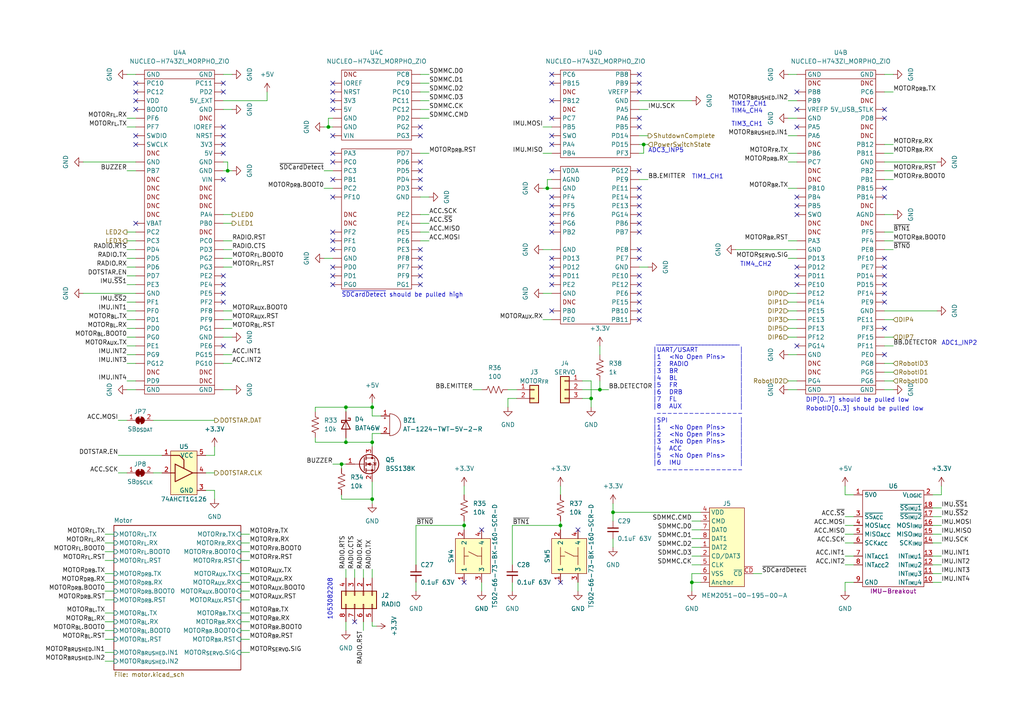
<source format=kicad_sch>
(kicad_sch (version 20211123) (generator eeschema)
  (paper "A4")
  (title_block (title "Bodge Control") (date "2022-12-07") (rev "1.0.0") (company "The A-Team (RC SSL)") (comment 1 "W. Stuckey & R. Osawa"))
  (junction (at 158.75 54.61))
  (junction (at 100.33 118.11))
  (junction (at 107.95 128.27))
  (junction (at 162.56 152.4))
  (junction (at 134.62 152.4))
  (junction (at 177.8 148.59))
  (junction (at 95.25 36.83))
  (junction (at 107.95 144.78))
  (junction (at 200.66 168.91))
  (junction (at 171.45 115.57))
  (junction (at 173.99 113.03))
  (junction (at 107.95 118.11))
  (junction (at 66.04 49.53))
  (junction (at 186.69 41.91))
  (junction (at 99.06 134.62))
  (junction (at 100.33 128.27))
  (no_connect (at 185.42 21.59))
  (no_connect (at 256.54 54.61))
  (no_connect (at 96.52 67.31))
  (no_connect (at 231.14 82.55))
  (no_connect (at 231.14 100.33))
  (no_connect (at 96.52 82.55))
  (no_connect (at 96.52 72.39))
  (no_connect (at 256.54 95.25))
  (no_connect (at 167.64 153.67))
  (no_connect (at 185.42 49.53))
  (no_connect (at 160.02 80.01))
  (no_connect (at 64.77 36.83))
  (no_connect (at 39.37 31.75))
  (no_connect (at 185.42 54.61))
  (no_connect (at 185.42 36.83))
  (no_connect (at 96.52 46.99))
  (no_connect (at 185.42 80.01))
  (no_connect (at 160.02 59.69))
  (no_connect (at 160.02 24.13))
  (no_connect (at 256.54 34.29))
  (no_connect (at 160.02 74.93))
  (no_connect (at 256.54 31.75))
  (no_connect (at 256.54 77.47))
  (no_connect (at 160.02 57.15))
  (no_connect (at 96.52 44.45))
  (no_connect (at 64.77 26.67))
  (no_connect (at 64.77 41.91))
  (no_connect (at 64.77 44.45))
  (no_connect (at 64.77 24.13))
  (no_connect (at 256.54 87.63))
  (no_connect (at 160.02 64.77))
  (no_connect (at 185.42 74.93))
  (no_connect (at 96.52 24.13))
  (no_connect (at 185.42 34.29))
  (no_connect (at 134.62 168.91))
  (no_connect (at 231.14 36.83))
  (no_connect (at 185.42 87.63))
  (no_connect (at 185.42 64.77))
  (no_connect (at 121.92 82.55))
  (no_connect (at 160.02 21.59))
  (no_connect (at 231.14 59.69))
  (no_connect (at 231.14 80.01))
  (no_connect (at 185.42 67.31))
  (no_connect (at 231.14 57.15))
  (no_connect (at 121.92 72.39))
  (no_connect (at 185.42 24.13))
  (no_connect (at 256.54 57.15))
  (no_connect (at 185.42 92.71))
  (no_connect (at 160.02 34.29))
  (no_connect (at 96.52 77.47))
  (no_connect (at 121.92 77.47))
  (no_connect (at 185.42 90.17))
  (no_connect (at 64.77 87.63))
  (no_connect (at 160.02 39.37))
  (no_connect (at 96.52 69.85))
  (no_connect (at 256.54 82.55))
  (no_connect (at 160.02 82.55))
  (no_connect (at 160.02 41.91))
  (no_connect (at 39.37 24.13))
  (no_connect (at 256.54 85.09))
  (no_connect (at 231.14 77.47))
  (no_connect (at 64.77 80.01))
  (no_connect (at 160.02 77.47))
  (no_connect (at 185.42 85.09))
  (no_connect (at 231.14 62.23))
  (no_connect (at 64.77 39.37))
  (no_connect (at 160.02 67.31))
  (no_connect (at 39.37 26.67))
  (no_connect (at 39.37 41.91))
  (no_connect (at 96.52 80.01))
  (no_connect (at 39.37 39.37))
  (no_connect (at 185.42 72.39))
  (no_connect (at 64.77 85.09))
  (no_connect (at 96.52 26.67))
  (no_connect (at 96.52 57.15))
  (no_connect (at 121.92 39.37))
  (no_connect (at 121.92 52.07))
  (no_connect (at 121.92 36.83))
  (no_connect (at 121.92 74.93))
  (no_connect (at 96.52 52.07))
  (no_connect (at 121.92 80.01))
  (no_connect (at 121.92 54.61))
  (no_connect (at 64.77 52.07))
  (no_connect (at 39.37 29.21))
  (no_connect (at 160.02 49.53))
  (no_connect (at 39.37 64.77))
  (no_connect (at 96.52 39.37))
  (no_connect (at 231.14 31.75))
  (no_connect (at 185.42 26.67))
  (no_connect (at 162.56 168.91))
  (no_connect (at 185.42 82.55))
  (no_connect (at 121.92 49.53))
  (no_connect (at 96.52 29.21))
  (no_connect (at 96.52 31.75))
  (no_connect (at 185.42 57.15))
  (no_connect (at 102.87 180.34))
  (no_connect (at 185.42 59.69))
  (no_connect (at 185.42 62.23))
  (no_connect (at 256.54 80.01))
  (no_connect (at 139.7 153.67))
  (no_connect (at 160.02 62.23))
  (no_connect (at 64.77 82.55))
  (no_connect (at 231.14 26.67))
  (no_connect (at 64.77 100.33))
  (no_connect (at 160.02 90.17))
  (no_connect (at 160.02 29.21))
  (no_connect (at 256.54 102.87))
  (no_connect (at 121.92 46.99))
  (no_connect (at 256.54 74.93))
  (wire (pts (xy 67.31 64.77) (xy 64.77 64.77)))
  (wire (pts (xy 259.08 105.41) (xy 256.54 105.41)))
  (wire (pts (xy 228.6 46.99) (xy 231.14 46.99)))
  (wire (pts (xy 24.13 46.99) (xy 39.37 46.99)))
  (wire (pts (xy 177.8 146.05) (xy 177.8 148.59)))
  (wire (pts (xy 124.46 31.75) (xy 121.92 31.75)))
  (wire (pts (xy 200.66 158.75) (xy 203.2 158.75)))
  (wire (pts (xy 100.33 119.38) (xy 100.33 118.11)))
  (wire (pts (xy 200.66 156.21) (xy 203.2 156.21)))
  (wire (pts (xy 259.08 44.45) (xy 256.54 44.45)))
  (wire (pts (xy 124.46 21.59) (xy 121.92 21.59)))
  (wire (pts (xy 39.37 113.03) (xy 36.83 113.03)))
  (wire (pts (xy 36.83 110.49) (xy 39.37 110.49)))
  (wire (pts (xy 228.6 74.93) (xy 231.14 74.93)))
  (wire (pts (xy 148.59 168.91) (xy 148.59 171.45)))
  (wire (pts (xy 64.77 46.99) (xy 66.04 46.99)))
  (wire (pts (xy 120.65 168.91) (xy 120.65 171.45)))
  (wire (pts (xy 64.77 49.53) (xy 66.04 49.53)))
  (wire (pts (xy 39.37 21.59) (xy 36.83 21.59)))
  (wire (pts (xy 107.95 180.34) (xy 107.95 181.61)))
  (wire (pts (xy 139.7 168.91) (xy 139.7 171.45)))
  (wire (pts (xy 59.69 137.16) (xy 62.23 137.16)))
  (wire (pts (xy 259.08 92.71) (xy 256.54 92.71)))
  (wire (pts (xy 245.11 140.97) (xy 245.11 143.51)))
  (wire (pts (xy 30.48 162.56) (xy 33.02 162.56)))
  (wire (pts (xy 69.85 180.34) (xy 72.39 180.34)))
  (wire (pts (xy 100.33 180.34) (xy 100.33 182.88)))
  (wire (pts (xy 30.48 166.37) (xy 33.02 166.37)))
  (wire (pts (xy 259.08 52.07) (xy 256.54 52.07)))
  (wire (pts (xy 200.66 163.83) (xy 203.2 163.83)))
  (wire (pts (xy 176.53 113.03) (xy 173.99 113.03)))
  (wire (pts (xy 96.52 34.29) (xy 95.25 34.29)))
  (wire (pts (xy 228.6 34.29) (xy 231.14 34.29)))
  (wire (pts (xy 168.91 115.57) (xy 171.45 115.57)))
  (wire (pts (xy 120.65 152.4) (xy 134.62 152.4)))
  (wire (pts (xy 34.29 121.92) (xy 36.83 121.92)))
  (wire (pts (xy 30.48 160.02) (xy 33.02 160.02)))
  (wire (pts (xy 96.52 134.62) (xy 99.06 134.62)))
  (wire (pts (xy 200.66 161.29) (xy 203.2 161.29)))
  (wire (pts (xy 228.6 39.37) (xy 231.14 39.37)))
  (wire (pts (xy 134.62 152.4) (xy 134.62 153.67)))
  (wire (pts (xy 91.44 127) (xy 91.44 128.27)))
  (wire (pts (xy 228.6 102.87) (xy 231.14 102.87)))
  (wire (pts (xy 200.66 29.21) (xy 185.42 29.21)))
  (wire (pts (xy 66.04 49.53) (xy 67.31 49.53)))
  (wire (pts (xy 157.48 36.83) (xy 160.02 36.83)))
  (wire (pts (xy 102.87 165.1) (xy 102.87 167.64)))
  (wire (pts (xy 124.46 64.77) (xy 121.92 64.77)))
  (wire (pts (xy 67.31 77.47) (xy 64.77 77.47)))
  (wire (pts (xy 200.66 168.91) (xy 203.2 168.91)))
  (wire (pts (xy 228.6 44.45) (xy 231.14 44.45)))
  (wire (pts (xy 270.51 168.91) (xy 273.05 168.91)))
  (wire (pts (xy 100.33 118.11) (xy 107.95 118.11)))
  (wire (pts (xy 168.91 110.49) (xy 171.45 110.49)))
  (wire (pts (xy 67.31 90.17) (xy 64.77 90.17)))
  (wire (pts (xy 36.83 36.83) (xy 39.37 36.83)))
  (wire (pts (xy 77.47 29.21) (xy 77.47 26.67)))
  (wire (pts (xy 148.59 152.4) (xy 162.56 152.4)))
  (wire (pts (xy 200.66 151.13) (xy 203.2 151.13)))
  (wire (pts (xy 100.33 128.27) (xy 107.95 128.27)))
  (wire (pts (xy 69.85 173.99) (xy 72.39 173.99)))
  (wire (pts (xy 64.77 113.03) (xy 67.31 113.03)))
  (wire (pts (xy 270.51 166.37) (xy 273.05 166.37)))
  (wire (pts (xy 99.06 143.51) (xy 99.06 144.78)))
  (wire (pts (xy 36.83 87.63) (xy 39.37 87.63)))
  (wire (pts (xy 228.6 69.85) (xy 231.14 69.85)))
  (wire (pts (xy 245.11 157.48) (xy 247.65 157.48)))
  (wire (pts (xy 120.65 163.83) (xy 120.65 152.4)))
  (wire (pts (xy 59.69 142.24) (xy 62.23 142.24)))
  (wire (pts (xy 64.77 97.79) (xy 67.31 97.79)))
  (wire (pts (xy 67.31 72.39) (xy 64.77 72.39)))
  (wire (pts (xy 105.41 165.1) (xy 105.41 167.64)))
  (wire (pts (xy 187.96 52.07) (xy 185.42 52.07)))
  (wire (pts (xy 36.83 102.87) (xy 39.37 102.87)))
  (wire (pts (xy 259.08 100.33) (xy 256.54 100.33)))
  (wire (pts (xy 72.39 154.94) (xy 69.85 154.94)))
  (wire (pts (xy 259.08 26.67) (xy 256.54 26.67)))
  (wire (pts (xy 93.98 54.61) (xy 96.52 54.61)))
  (wire (pts (xy 149.86 115.57) (xy 147.32 115.57)))
  (wire (pts (xy 36.83 80.01) (xy 39.37 80.01)))
  (wire (pts (xy 107.95 165.1) (xy 107.95 167.64)))
  (wire (pts (xy 67.31 92.71) (xy 64.77 92.71)))
  (wire (pts (xy 107.95 144.78) (xy 107.95 146.05)))
  (wire (pts (xy 148.59 163.83) (xy 148.59 152.4)))
  (wire (pts (xy 69.85 185.42) (xy 72.39 185.42)))
  (wire (pts (xy 44.45 137.16) (xy 46.99 137.16)))
  (wire (pts (xy 231.14 21.59) (xy 228.6 21.59)))
  (wire (pts (xy 99.06 135.89) (xy 99.06 134.62)))
  (wire (pts (xy 200.66 166.37) (xy 200.66 168.91)))
  (wire (pts (xy 99.06 144.78) (xy 107.95 144.78)))
  (wire (pts (xy 36.83 82.55) (xy 39.37 82.55)))
  (wire (pts (xy 173.99 100.33) (xy 173.99 102.87)))
  (wire (pts (xy 137.16 113.03) (xy 139.7 113.03)))
  (wire (pts (xy 69.85 182.88) (xy 72.39 182.88)))
  (wire (pts (xy 259.08 49.53) (xy 256.54 49.53)))
  (wire (pts (xy 36.83 34.29) (xy 39.37 34.29)))
  (wire (pts (xy 147.32 115.57) (xy 147.32 118.11)))
  (wire (pts (xy 36.83 77.47) (xy 39.37 77.47)))
  (wire (pts (xy 134.62 140.97) (xy 134.62 143.51)))
  (wire (pts (xy 259.08 107.95) (xy 256.54 107.95)))
  (wire (pts (xy 256.54 90.17) (xy 271.78 90.17)))
  (wire (pts (xy 34.29 132.08) (xy 46.99 132.08)))
  (wire (pts (xy 105.41 180.34) (xy 105.41 182.88)))
  (wire (pts (xy 200.66 168.91) (xy 200.66 171.45)))
  (wire (pts (xy 228.6 29.21) (xy 231.14 29.21)))
  (wire (pts (xy 228.6 110.49) (xy 231.14 110.49)))
  (wire (pts (xy 36.83 92.71) (xy 39.37 92.71)))
  (wire (pts (xy 107.95 139.7) (xy 107.95 144.78)))
  (wire (pts (xy 107.95 116.84) (xy 107.95 118.11)))
  (wire (pts (xy 91.44 119.38) (xy 91.44 118.11)))
  (wire (pts (xy 124.46 67.31) (xy 121.92 67.31)))
  (wire (pts (xy 157.48 54.61) (xy 158.75 54.61)))
  (wire (pts (xy 167.64 168.91) (xy 167.64 171.45)))
  (wire (pts (xy 64.77 21.59) (xy 67.31 21.59)))
  (wire (pts (xy 100.33 165.1) (xy 100.33 167.64)))
  (wire (pts (xy 245.11 168.91) (xy 245.11 171.45)))
  (wire (pts (xy 160.02 52.07) (xy 158.75 52.07)))
  (wire (pts (xy 256.54 62.23) (xy 259.08 62.23)))
  (wire (pts (xy 93.98 36.83) (xy 95.25 36.83)))
  (wire (pts (xy 185.42 41.91) (xy 186.69 41.91)))
  (wire (pts (xy 157.48 92.71) (xy 160.02 92.71)))
  (wire (pts (xy 36.83 74.93) (xy 39.37 74.93)))
  (wire (pts (xy 171.45 115.57) (xy 171.45 118.11)))
  (wire (pts (xy 67.31 105.41) (xy 64.77 105.41)))
  (wire (pts (xy 245.11 163.83) (xy 247.65 163.83)))
  (wire (pts (xy 95.25 36.83) (xy 96.52 36.83)))
  (wire (pts (xy 173.99 113.03) (xy 168.91 113.03)))
  (wire (pts (xy 270.51 163.83) (xy 273.05 163.83)))
  (wire (pts (xy 162.56 152.4) (xy 162.56 153.67)))
  (wire (pts (xy 24.13 85.09) (xy 39.37 85.09)))
  (wire (pts (xy 91.44 118.11) (xy 100.33 118.11)))
  (wire (pts (xy 187.96 31.75) (xy 185.42 31.75)))
  (wire (pts (xy 270.51 157.48) (xy 273.05 157.48)))
  (wire (pts (xy 107.95 118.11) (xy 107.95 120.65)))
  (wire (pts (xy 34.29 137.16) (xy 36.83 137.16)))
  (wire (pts (xy 124.46 69.85) (xy 121.92 69.85)))
  (wire (pts (xy 158.75 52.07) (xy 158.75 54.61)))
  (wire (pts (xy 93.98 49.53) (xy 96.52 49.53)))
  (wire (pts (xy 91.44 128.27) (xy 100.33 128.27)))
  (wire (pts (xy 30.48 157.48) (xy 33.02 157.48)))
  (wire (pts (xy 72.39 166.37) (xy 69.85 166.37)))
  (wire (pts (xy 124.46 24.13) (xy 121.92 24.13)))
  (wire (pts (xy 107.95 128.27) (xy 107.95 129.54)))
  (wire (pts (xy 157.48 85.09) (xy 160.02 85.09)))
  (wire (pts (xy 124.46 34.29) (xy 121.92 34.29)))
  (wire (pts (xy 121.92 57.15) (xy 124.46 57.15)))
  (wire (pts (xy 44.45 121.92) (xy 62.23 121.92)))
  (wire (pts (xy 270.51 143.51) (xy 273.05 143.51)))
  (wire (pts (xy 36.83 105.41) (xy 39.37 105.41)))
  (wire (pts (xy 256.54 72.39) (xy 259.08 72.39)))
  (wire (pts (xy 157.48 72.39) (xy 160.02 72.39)))
  (wire (pts (xy 124.46 62.23) (xy 121.92 62.23)))
  (wire (pts (xy 177.8 148.59) (xy 177.8 151.13)))
  (wire (pts (xy 185.42 77.47) (xy 187.96 77.47)))
  (wire (pts (xy 100.33 127) (xy 100.33 128.27)))
  (wire (pts (xy 231.14 113.03) (xy 228.6 113.03)))
  (wire (pts (xy 259.08 97.79) (xy 256.54 97.79)))
  (wire (pts (xy 158.75 54.61) (xy 160.02 54.61)))
  (wire (pts (xy 95.25 34.29) (xy 95.25 36.83)))
  (wire (pts (xy 270.51 149.86) (xy 273.05 149.86)))
  (wire (pts (xy 67.31 69.85) (xy 64.77 69.85)))
  (wire (pts (xy 67.31 102.87) (xy 64.77 102.87)))
  (wire (pts (xy 186.69 41.91) (xy 187.96 41.91)))
  (wire (pts (xy 69.85 171.45) (xy 72.39 171.45)))
  (wire (pts (xy 270.51 147.32) (xy 273.05 147.32)))
  (wire (pts (xy 124.46 44.45) (xy 121.92 44.45)))
  (wire (pts (xy 30.48 177.8) (xy 33.02 177.8)))
  (wire (pts (xy 185.42 44.45) (xy 186.69 44.45)))
  (wire (pts (xy 99.06 134.62) (xy 100.33 134.62)))
  (wire (pts (xy 93.98 74.93) (xy 96.52 74.93)))
  (wire (pts (xy 30.48 154.94) (xy 33.02 154.94)))
  (wire (pts (xy 270.51 161.29) (xy 273.05 161.29)))
  (wire (pts (xy 256.54 113.03) (xy 259.08 113.03)))
  (wire (pts (xy 36.83 72.39) (xy 39.37 72.39)))
  (wire (pts (xy 245.11 149.86) (xy 247.65 149.86)))
  (wire (pts (xy 228.6 92.71) (xy 231.14 92.71)))
  (wire (pts (xy 66.04 46.99) (xy 66.04 49.53)))
  (wire (pts (xy 270.51 154.94) (xy 273.05 154.94)))
  (wire (pts (xy 69.85 162.56) (xy 72.39 162.56)))
  (wire (pts (xy 147.32 113.03) (xy 149.86 113.03)))
  (wire (pts (xy 185.42 39.37) (xy 187.96 39.37)))
  (wire (pts (xy 36.83 95.25) (xy 39.37 95.25)))
  (wire (pts (xy 107.95 120.65) (xy 110.49 120.65)))
  (wire (pts (xy 72.39 177.8) (xy 69.85 177.8)))
  (wire (pts (xy 228.6 97.79) (xy 231.14 97.79)))
  (wire (pts (xy 36.83 100.33) (xy 39.37 100.33)))
  (wire (pts (xy 110.49 125.73) (xy 107.95 125.73)))
  (wire (pts (xy 228.6 54.61) (xy 231.14 54.61)))
  (wire (pts (xy 256.54 67.31) (xy 259.08 67.31)))
  (wire (pts (xy 218.44 166.37) (xy 220.98 166.37)))
  (wire (pts (xy 259.08 110.49) (xy 256.54 110.49)))
  (wire (pts (xy 64.77 29.21) (xy 77.47 29.21)))
  (wire (pts (xy 270.51 152.4) (xy 273.05 152.4)))
  (wire (pts (xy 186.69 41.91) (xy 186.69 44.45)))
  (wire (pts (xy 259.08 69.85) (xy 256.54 69.85)))
  (wire (pts (xy 30.48 189.23) (xy 33.02 189.23)))
  (wire (pts (xy 69.85 157.48) (xy 72.39 157.48)))
  (wire (pts (xy 36.83 69.85) (xy 39.37 69.85)))
  (wire (pts (xy 228.6 85.09) (xy 231.14 85.09)))
  (wire (pts (xy 67.31 74.93) (xy 64.77 74.93)))
  (wire (pts (xy 64.77 31.75) (xy 67.31 31.75)))
  (wire (pts (xy 36.83 49.53) (xy 39.37 49.53)))
  (wire (pts (xy 36.83 90.17) (xy 39.37 90.17)))
  (wire (pts (xy 256.54 21.59) (xy 259.08 21.59)))
  (wire (pts (xy 30.48 185.42) (xy 33.02 185.42)))
  (wire (pts (xy 157.48 44.45) (xy 160.02 44.45)))
  (wire (pts (xy 124.46 26.67) (xy 121.92 26.67)))
  (wire (pts (xy 36.83 97.79) (xy 39.37 97.79)))
  (wire (pts (xy 30.48 171.45) (xy 33.02 171.45)))
  (wire (pts (xy 213.36 72.39) (xy 231.14 72.39)))
  (wire (pts (xy 107.95 125.73) (xy 107.95 128.27)))
  (wire (pts (xy 69.85 168.91) (xy 72.39 168.91)))
  (wire (pts (xy 256.54 46.99) (xy 271.78 46.99)))
  (wire (pts (xy 228.6 95.25) (xy 231.14 95.25)))
  (wire (pts (xy 30.48 191.77) (xy 33.02 191.77)))
  (wire (pts (xy 245.11 154.94) (xy 247.65 154.94)))
  (wire (pts (xy 245.11 152.4) (xy 247.65 152.4)))
  (wire (pts (xy 259.08 41.91) (xy 256.54 41.91)))
  (wire (pts (xy 171.45 110.49) (xy 171.45 115.57)))
  (wire (pts (xy 203.2 166.37) (xy 200.66 166.37)))
  (wire (pts (xy 273.05 140.97) (xy 273.05 143.51)))
  (wire (pts (xy 228.6 90.17) (xy 231.14 90.17)))
  (wire (pts (xy 109.22 181.61) (xy 107.95 181.61)))
  (wire (pts (xy 173.99 110.49) (xy 173.99 113.03)))
  (wire (pts (xy 162.56 140.97) (xy 162.56 143.51)))
  (wire (pts (xy 62.23 142.24) (xy 62.23 144.78)))
  (wire (pts (xy 200.66 153.67) (xy 203.2 153.67)))
  (wire (pts (xy 245.11 143.51) (xy 247.65 143.51)))
  (wire (pts (xy 36.83 67.31) (xy 39.37 67.31)))
  (wire (pts (xy 67.31 95.25) (xy 64.77 95.25)))
  (wire (pts (xy 67.31 62.23) (xy 64.77 62.23)))
  (wire (pts (xy 72.39 189.23) (xy 69.85 189.23)))
  (wire (pts (xy 30.48 173.99) (xy 33.02 173.99)))
  (wire (pts (xy 247.65 168.91) (xy 245.11 168.91)))
  (wire (pts (xy 30.48 180.34) (xy 33.02 180.34)))
  (wire (pts (xy 30.48 182.88) (xy 33.02 182.88)))
  (wire (pts (xy 177.8 148.59) (xy 203.2 148.59)))
  (wire (pts (xy 62.23 129.54) (xy 62.23 132.08)))
  (wire (pts (xy 134.62 151.13) (xy 134.62 152.4)))
  (wire (pts (xy 228.6 87.63) (xy 231.14 87.63)))
  (wire (pts (xy 177.8 156.21) (xy 177.8 158.75)))
  (wire (pts (xy 59.69 132.08) (xy 62.23 132.08)))
  (wire (pts (xy 30.48 168.91) (xy 33.02 168.91)))
  (wire (pts (xy 69.85 160.02) (xy 72.39 160.02)))
  (wire (pts (xy 124.46 29.21) (xy 121.92 29.21)))
  (wire (pts (xy 245.11 161.29) (xy 247.65 161.29)))
  (wire (pts (xy 162.56 151.13) (xy 162.56 152.4)))
  (text "~{SDCardDetect} should be pulled high" (at 99.06 86.36 0) (effects (font (size 1.27 1.27)) (justify left bottom)))
  (text "DIP[0..7] should be pulled low" (at 233.68 116.84 0) (effects (font (size 1.27 1.27)) (justify left bottom)))
  (text "TIM17_CH1\nTIM4_CH4" (at 212.09 33.02 0) (effects (font (size 1.27 1.27)) (justify left bottom)))
  (text "1053082208" (at 96.52 167.64 270) (effects (font (size 1.27 1.27)) (justify right bottom)))
  (text "ADC3_INP5" (at 187.96 44.45 0) (effects (font (size 1.27 1.27)) (justify left bottom)))
  (text "RobotID[0..3] should be pulled low" (at 233.68 119.38 0) (effects (font (size 1.27 1.27)) (justify left bottom)))
  (text "TIM4_CH2" (at 214.63 77.47 0) (effects (font (size 1.27 1.27)) (justify left bottom)))
  (text "ADC1_INP2" (at 273.05 100.33 0) (effects (font (size 1.27 1.27)) (justify left bottom)))
  (text "TIM3_CH1" (at 212.09 36.83 0) (effects (font (size 1.27 1.27)) (justify left bottom)))
  (text " _________________________\n|UART/USART			|\n|1	<No Open Pins>	|\n|2	RADIO			|\n|3	BR				|\n|4	BL				|\n|5	FR				|\n|6	DRB				|\n|7	FL				|\n|8	AUX				|\n ----------------\n|SPI				|\n|1	<No Open Pins>	|\n|2	<No Open Pins>	|\n|3	<No Open Pins>	|\n|4	ACC				|\n|5	<No Open Pins>	|\n|6	IMU				|\n ----------------" (at 189.23 137.16 0) (effects (font (size 1.27 1.27)) (justify left bottom)))
  (text "TIM1_CH1" (at 200.66 52.07 0) (effects (font (size 1.27 1.27)) (justify left bottom)))
  (label "IMU.INT2" (at 36.83 102.87 180))
  (label "MOTOR_{BRUSHED}.IN2" (at 228.6 29.21 180))
  (label "IMU.MOSI" (at 273.05 152.4 0))
  (label "BB.EMITTER" (at 187.96 52.07 0))
  (label "IMU.INT4" (at 273.05 168.91 0))
  (label "IMU.~{SS}2" (at 36.83 87.63 180))
  (label "MOTOR_{BL}.RX" (at 36.83 95.25 180))
  (label "MOTOR_{BL}.RST" (at 67.31 95.25 0))
  (label "MOTOR_{BR}.RST" (at 72.39 185.42 0))
  (label "RADIO.TX" (at 36.83 74.93 180))
  (label "MOTOR_{BL}.TX" (at 36.83 92.71 180))
  (label "RADIO.TX" (at 107.95 165.1 90))
  (label "MOTOR_{FL}.RST" (at 30.48 162.56 180))
  (label "ACC.SCK" (at 245.11 157.48 180))
  (label "SDMMC.D0" (at 124.46 21.59 0))
  (label "MOTOR_{FL}.BOOT0" (at 30.48 160.02 180))
  (label "SDMMC.D1" (at 200.66 156.21 180))
  (label "~{BTN1}" (at 259.08 67.31 0))
  (label "MOTOR_{DRB}.TX" (at 30.48 166.37 180))
  (label "BB.DETECTOR" (at 176.53 113.03 0))
  (label "MOTOR_{DRB}.RX" (at 30.48 168.91 180))
  (label "IMU.INT3" (at 36.83 105.41 180))
  (label "RADIO.RTS" (at 100.33 165.1 90))
  (label "IMU.SCK" (at 273.05 157.48 0))
  (label "RADIO.CTS" (at 67.31 72.39 0))
  (label "BUZZER" (at 36.83 49.53 180))
  (label "MOTOR_{BRUSHED}.IN1" (at 30.48 189.23 180))
  (label "SDMMC.CK" (at 124.46 31.75 0))
  (label "~{BTN0}" (at 259.08 72.39 0))
  (label "BB.DETECTOR" (at 259.08 100.33 0))
  (label "DOTSTAR.EN" (at 34.29 132.08 180))
  (label "MOTOR_{BL}.RST" (at 30.48 185.42 180))
  (label "MOTOR_{FR}.RST" (at 72.39 162.56 0))
  (label "SDMMC.D1" (at 124.46 24.13 0))
  (label "ACC.MOSI" (at 34.29 121.92 180))
  (label "MOTOR_{DRB}.BOOT0" (at 30.48 171.45 180))
  (label "MOTOR_{BR}.TX" (at 72.39 177.8 0))
  (label "MOTOR_{FL}.RX" (at 30.48 157.48 180))
  (label "MOTOR_{DRB}.RST" (at 30.48 173.99 180))
  (label "MOTOR_{BR}.RST" (at 228.6 69.85 180))
  (label "SDMMC.CK" (at 200.66 163.83 180))
  (label "IMU.INT1" (at 273.05 161.29 0))
  (label "MOTOR_{BRUSHED}.IN2" (at 30.48 191.77 180))
  (label "MOTOR_{AUX}.RST" (at 72.39 173.99 0))
  (label "BUZZER" (at 96.52 134.62 180))
  (label "RADIO.RST" (at 105.41 182.88 270))
  (label "IMU.INT1" (at 36.83 90.17 180))
  (label "SDMMC.D0" (at 200.66 153.67 180))
  (label "MOTOR_{DRB}.BOOT0" (at 93.98 54.61 180))
  (label "MOTOR_{FL}.RX" (at 36.83 34.29 180))
  (label "MOTOR_{BR}.BOOT0" (at 259.08 69.85 0))
  (label "MOTOR_{AUX}.BOOT0" (at 72.39 171.45 0))
  (label "ACC.MOSI" (at 245.11 152.4 180))
  (label "ACC.INT1" (at 67.31 102.87 0))
  (label "SDMMC.D3" (at 200.66 161.29 180))
  (label "~{SDCardDetect}" (at 93.98 49.53 180))
  (label "IMU.MISO" (at 273.05 154.94 0))
  (label "ACC.INT2" (at 245.11 163.83 180))
  (label "MOTOR_{FR}.RX" (at 72.39 157.48 0))
  (label "MOTOR_{FR}.BOOT0" (at 259.08 52.07 0))
  (label "SDMMC.D2" (at 200.66 158.75 180))
  (label "SDMMC.D2" (at 124.46 26.67 0))
  (label "ACC.~{SS}" (at 245.11 149.86 180))
  (label "ACC.MISO" (at 245.11 154.94 180))
  (label "MOTOR_{AUX}.TX" (at 36.83 100.33 180))
  (label "MOTOR_{BL}.TX" (at 30.48 177.8 180))
  (label "MOTOR_{BRUSHED}.IN1" (at 228.6 39.37 180))
  (label "MOTOR_{BR}.RX" (at 72.39 180.34 0))
  (label "MOTOR_{BR}.RX" (at 259.08 44.45 0))
  (label "~{BTN0}" (at 125.73 152.4 180))
  (label "MOTOR_{FL}.BOOT0" (at 67.31 74.93 0))
  (label "~{SDCardDetect}" (at 220.98 166.37 0))
  (label "MOTOR_{AUX}.TX" (at 72.39 166.37 0))
  (label "MOTOR_{FL}.TX" (at 36.83 36.83 180))
  (label "MOTOR_{FL}.RST" (at 67.31 77.47 0))
  (label "MOTOR_{DRB}.RX" (at 228.6 46.99 180))
  (label "RADIO.RST" (at 67.31 69.85 0))
  (label "SDMMC.D3" (at 124.46 29.21 0))
  (label "MOTOR_{BL}.BOOT0" (at 36.83 97.79 180))
  (label "SDMMC.CMD" (at 200.66 151.13 180))
  (label "MOTOR_{FR}.TX" (at 228.6 44.45 180))
  (label "MOTOR_{BR}.TX" (at 228.6 54.61 180))
  (label "MOTOR_{DRB}.TX" (at 259.08 26.67 0))
  (label "MOTOR_{SERVO}.SIG" (at 72.39 189.23 0))
  (label "MOTOR_{DRB}.RST" (at 124.46 44.45 0))
  (label "MOTOR_{FR}.RX" (at 259.08 41.91 0))
  (label "MOTOR_{AUX}.RX" (at 157.48 92.71 180))
  (label "BB.EMITTER" (at 137.16 113.03 180))
  (label "MOTOR_{AUX}.RX" (at 72.39 168.91 0))
  (label "MOTOR_{AUX}.BOOT0" (at 67.31 90.17 0))
  (label "IMU.~{SS}1" (at 273.05 147.32 0))
  (label "MOTOR_{FR}.BOOT0" (at 72.39 160.02 0))
  (label "MOTOR_{FR}.TX" (at 72.39 154.94 0))
  (label "IMU.INT3" (at 273.05 166.37 0))
  (label "IMU.INT2" (at 273.05 163.83 0))
  (label "IMU.INT4" (at 36.83 110.49 180))
  (label "RADIO.CTS" (at 102.87 165.1 90))
  (label "ACC.MOSI" (at 124.46 69.85 0))
  (label "MOTOR_{AUX}.RST" (at 67.31 92.71 0))
  (label "MOTOR_{SERVO}.SIG" (at 228.6 74.93 180))
  (label "MOTOR_{FL}.TX" (at 30.48 154.94 180))
  (label "RADIO.RX" (at 36.83 77.47 180))
  (label "MOTOR_{BL}.RX" (at 30.48 180.34 180))
  (label "RADIO.RTS" (at 36.83 72.39 180))
  (label "IMU.~{SS}2" (at 273.05 149.86 0))
  (label "~{BTN1}" (at 153.67 152.4 180))
  (label "IMU.SCK" (at 187.96 31.75 0))
  (label "SDMMC.CMD" (at 124.46 34.29 0))
  (label "ACC.SCK" (at 124.46 62.23 0))
  (label "MOTOR_{FR}.RST" (at 259.08 49.53 0))
  (label "IMU.~{SS}1" (at 36.83 82.55 180))
  (label "ACC.INT2" (at 67.31 105.41 0))
  (label "IMU.MOSI" (at 157.48 36.83 180))
  (label "RADIO.RX" (at 105.41 165.1 90))
  (label "ACC.INT1" (at 245.11 161.29 180))
  (label "MOTOR_{BL}.BOOT0" (at 30.48 182.88 180))
  (label "ACC.SCK" (at 34.29 137.16 180))
  (label "ACC.MISO" (at 124.46 67.31 0))
  (label "DOTSTAR.EN" (at 36.83 80.01 180))
  (label "ACC.~{SS}" (at 124.46 64.77 0))
  (label "IMU.MISO" (at 157.48 44.45 180))
  (label "MOTOR_{BR}.BOOT0" (at 72.39 182.88 0))
  (hierarchical_label "DIP2" (shape input) (at 228.6 90.17 180))
  (hierarchical_label "DIP6" (shape input) (at 228.6 97.79 180))
  (hierarchical_label "DIP1" (shape input) (at 228.6 87.63 180))
  (hierarchical_label "RobotID2" (shape input) (at 228.6 110.49 180))
  (hierarchical_label "RobotID0" (shape input) (at 259.08 110.49 0))
  (hierarchical_label "DIP0" (shape input) (at 228.6 85.09 180))
  (hierarchical_label "LED2" (shape output) (at 36.83 67.31 180))
  (hierarchical_label "DOTSTAR.CLK" (shape output) (at 62.23 137.16 0))
  (hierarchical_label "LED0" (shape output) (at 67.31 62.23 0))
  (hierarchical_label "DIP3" (shape input) (at 228.6 92.71 180))
  (hierarchical_label "RobotID3" (shape input) (at 259.08 105.41 0))
  (hierarchical_label "LED3" (shape output) (at 36.83 69.85 180))
  (hierarchical_label "LED1" (shape output) (at 67.31 64.77 0))
  (hierarchical_label "DOTSTAR.DAT" (shape output) (at 62.23 121.92 0))
  (hierarchical_label "PowerSwitchState" (shape input) (at 187.96 41.91 0))
  (hierarchical_label "DIP7" (shape input) (at 259.08 97.79 0))
  (hierarchical_label "DIP4" (shape input) (at 259.08 92.71 0))
  (hierarchical_label "ShutdownComplete" (shape output) (at 187.96 39.37 0))
  (hierarchical_label "DIP5" (shape input) (at 228.6 95.25 180))
  (hierarchical_label "RobotID1" (shape input) (at 259.08 107.95 0))
  (symbol (lib_id "AT-Switches:SPST_12-34") (at 165.1 161.29 90) (unit 1)
    (property "Reference" "SW5" (at 158.75 161.29 0))
    (property "Value" "TS02-66-73-BK-160-SCR-D" (at 171.45 161.29 0))
    (property "Footprint" "AT-Switches:TS02-66-73-BK-160-SCR-D" (effects hide))
  )
  (symbol (lib_id "power:GND") (at 259.08 113.03 90) (unit 1)
    (property "Reference" "#PWR095" (effects hide))
    (property "Value" "GND" (at 264.16 113.03 0))
  )
  (symbol (lib_id "Device:Q_NMOS_GSD") (at 105.41 134.62 0) (unit 1)
    (property "Reference" "Q5" (at 111.76 133.3499 0) (effects (justify left)))
    (property "Value" "BSS138K" (at 111.76 135.8899 0) (effects (justify left)))
    (property "Footprint" "Package_TO_SOT_SMD:SOT-23" (effects hide))
  )
  (symbol (lib_id "power:GND") (at 36.83 21.59 270) (mirror x) (unit 1)
    (property "Reference" "#PWR051" (effects hide))
    (property "Value" "GND" (at 31.75 21.59 0))
  )
  (symbol (lib_id "power:GND") (at 228.6 102.87 270) (unit 1)
    (property "Reference" "#PWR088" (effects hide))
    (property "Value" "GND" (at 223.52 102.87 0))
  )
  (symbol (lib_id "power:GND") (at 271.78 46.99 90) (unit 1)
    (property "Reference" "#PWR097" (effects hide))
    (property "Value" "GND" (at 276.86 46.99 0))
  )
  (symbol (lib_id "power:GND") (at 93.98 36.83 270) (unit 1)
    (property "Reference" "#PWR061" (effects hide))
    (property "Value" "GND" (at 88.9 36.83 0))
  )
  (symbol (lib_id "AT-Modules:NUCLEO-H743ZI_MORPHO_ZIO") (at 243.84 67.31 0) (unit 2)
    (property "Reference" "U4" (at 243.84 15.24 0))
    (property "Value" "NUCLEO-H743ZI_MORPHO_ZIO" (at 243.84 17.78 0))
    (property "Footprint" "AT-Modules:NUCLEO-H743ZI_MORPHO_ZIO_TH" (effects hide))
    (property "Datasheet" "https://www.st.com/resource/en/schematic_pack/mb1364-h743zi-e01_schematic.pdf" (effects hide))
  )
  (symbol (lib_id "Jumper:SolderJumper_2_Bridged") (at 40.64 137.16 0) (unit 1)
    (property "Reference" "JP8" (at 40.64 134.62 0))
    (property "Value" "SB_{DSCLK}" (at 40.64 139.7 0))
    (property "Footprint" "AT-BoardFeatures:SolderJumper-2_2.0x1.2mm_Closed" (effects hide))
  )
  (symbol (lib_id "AT-Modules:NUCLEO-H743ZI_MORPHO_ZIO") (at 172.72 57.15 0) (unit 4)
    (property "Reference" "U4" (at 172.72 15.24 0))
    (property "Value" "NUCLEO-H743ZI_MORPHO_ZIO" (at 172.72 17.78 0))
    (property "Footprint" "AT-Modules:NUCLEO-H743ZI_MORPHO_ZIO_TH" (effects hide))
    (property "Datasheet" "https://www.st.com/resource/en/schematic_pack/mb1364-h743zi-e01_schematic.pdf" (effects hide))
  )
  (symbol (lib_id "power:GND") (at 124.46 57.15 90) (unit 1)
    (property "Reference" "#PWR068" (effects hide))
    (property "Value" "GND" (at 129.54 57.15 0))
  )
  (symbol (lib_id "power:GND") (at 67.31 31.75 90) (unit 1)
    (property "Reference" "#PWR056" (effects hide))
    (property "Value" "GND" (at 72.39 31.75 0))
  )
  (symbol (lib_id "power:GND") (at 148.59 171.45 0) (unit 1)
    (property "Reference" "#PWR072" (effects hide))
    (property "Value" "GND" (at 148.59 176.53 0))
  )
  (symbol (lib_id "power:+3.3V") (at 109.22 181.61 270) (unit 1)
    (property "Reference" "#PWR066" (effects hide))
    (property "Value" "+3.3V" (at 114.3 181.61 0))
  )
  (symbol (lib_id "Device:R_US") (at 134.62 147.32 180) (unit 1)
    (property "Reference" "R35" (at 137.16 146.0499 0) (effects (justify right)))
    (property "Value" "10k" (at 137.16 148.5899 0) (effects (justify right)))
    (property "Footprint" "Resistor_SMD:R_0402_1005Metric_Pad0.72x0.64mm_HandSolder" (effects hide))
  )
  (symbol (lib_id "power:GND") (at 245.11 171.45 0) (unit 1)
    (property "Reference" "#PWR091" (effects hide))
    (property "Value" "GND" (at 245.11 176.53 0))
  )
  (symbol (lib_id "AT-Switches:SPST_12-34") (at 137.16 161.29 90) (unit 1)
    (property "Reference" "SW4" (at 130.81 161.29 0))
    (property "Value" "TS02-66-73-BK-160-SCR-D" (at 143.51 161.29 0))
    (property "Footprint" "AT-Switches:TS02-66-73-BK-160-SCR-D" (effects hide))
  )
  (symbol (lib_id "Connector_Generic:Conn_01x03") (at 163.83 113.03 0) (mirror y) (unit 1)
    (property "Reference" "J4" (at 163.83 105.41 0))
    (property "Value" "SERVO" (at 163.83 107.95 0))
    (property "Footprint" "Connector_PinSocket_2.54mm:PinSocket_1x03_P2.54mm_Vertical" (effects hide))
  )
  (symbol (lib_id "power:GND") (at 167.64 171.45 0) (unit 1)
    (property "Reference" "#PWR077" (effects hide))
    (property "Value" "GND" (at 167.64 176.53 0))
  )
  (symbol (lib_id "power:GND") (at 171.45 118.11 0) (unit 1)
    (property "Reference" "#PWR078" (effects hide))
    (property "Value" "GND" (at 171.45 123.19 0))
  )
  (symbol (lib_id "AT-Modules:NUCLEO-H743ZI_MORPHO_ZIO") (at 52.07 67.31 0) (unit 1)
    (property "Reference" "U4" (at 52.07 15.24 0))
    (property "Value" "NUCLEO-H743ZI_MORPHO_ZIO" (at 52.07 17.78 0))
    (property "Footprint" "AT-Modules:NUCLEO-H743ZI_MORPHO_ZIO_TH" (effects hide))
    (property "Datasheet" "https://www.st.com/resource/en/schematic_pack/mb1364-h743zi-e01_schematic.pdf" (effects hide))
  )
  (symbol (lib_id "power:GND") (at 120.65 171.45 0) (unit 1)
    (property "Reference" "#PWR067" (effects hide))
    (property "Value" "GND" (at 120.65 176.53 0))
  )
  (symbol (lib_id "power:GND") (at 259.08 62.23 90) (unit 1)
    (property "Reference" "#PWR093" (effects hide))
    (property "Value" "GND" (at 264.16 62.23 0))
  )
  (symbol (lib_id "power:GND") (at 228.6 34.29 270) (unit 1)
    (property "Reference" "#PWR087" (effects hide))
    (property "Value" "GND" (at 223.52 34.29 0))
  )
  (symbol (lib_id "Device:R_US") (at 162.56 147.32 180) (unit 1)
    (property "Reference" "R37" (at 165.1 146.0499 0) (effects (justify right)))
    (property "Value" "10k" (at 165.1 148.5899 0) (effects (justify right)))
    (property "Footprint" "Resistor_SMD:R_0402_1005Metric_Pad0.72x0.64mm_HandSolder" (effects hide))
  )
  (symbol (lib_id "power:+3.3V") (at 134.62 140.97 0) (unit 1)
    (property "Reference" "#PWR069" (effects hide))
    (property "Value" "+3.3V" (at 134.62 135.89 0))
  )
  (symbol (lib_id "power:+5V") (at 107.95 116.84 0) (unit 1)
    (property "Reference" "#PWR064" (effects hide))
    (property "Value" "+5V" (at 107.95 111.76 0))
  )
  (symbol (lib_id "power:GND") (at 259.08 21.59 90) (unit 1)
    (property "Reference" "#PWR092" (effects hide))
    (property "Value" "GND" (at 264.16 21.59 0))
  )
  (symbol (lib_id "power:GND") (at 187.96 77.47 90) (unit 1)
    (property "Reference" "#PWR082" (effects hide))
    (property "Value" "GND" (at 193.04 77.47 0))
  )
  (symbol (lib_id "power:GND") (at 36.83 113.03 270) (mirror x) (unit 1)
    (property "Reference" "#PWR052" (effects hide))
    (property "Value" "GND" (at 31.75 113.03 0))
  )
  (symbol (lib_id "Device:R_US") (at 91.44 123.19 180) (unit 1)
    (property "Reference" "R33" (at 93.98 121.9199 0) (effects (justify right)))
    (property "Value" "10k" (at 93.98 124.4599 0) (effects (justify right)))
    (property "Footprint" "Resistor_SMD:R_0402_1005Metric_Pad0.72x0.64mm_HandSolder" (effects hide))
  )
  (symbol (lib_id "AT-Connectors:MEM2051-00-195-00-A") (at 210.82 158.75 0) (mirror y) (unit 1)
    (property "Reference" "J5" (at 210.82 146.05 0))
    (property "Value" "MEM2051-00-195-00-A" (at 215.9 172.72 0))
    (property "Footprint" "AT-Connectors:MEM2051-00-195-00-A" (effects hide))
    (property "Datasheet" "https://gct.co/files/drawings/mem2051.pdf" (effects hide))
  )
  (symbol (lib_id "power:GND") (at 67.31 49.53 90) (unit 1)
    (property "Reference" "#PWR057" (effects hide))
    (property "Value" "GND" (at 72.39 49.53 0))
  )
  (symbol (lib_id "AT-Modules:NUCLEO-H743ZI_MORPHO_ZIO") (at 109.22 52.07 0) (unit 3)
    (property "Reference" "U4" (at 109.22 15.24 0))
    (property "Value" "NUCLEO-H743ZI_MORPHO_ZIO" (at 109.22 17.78 0))
    (property "Footprint" "AT-Modules:NUCLEO-H743ZI_MORPHO_ZIO_TH" (effects hide))
    (property "Datasheet" "https://www.st.com/resource/en/schematic_pack/mb1364-h743zi-e01_schematic.pdf" (effects hide))
  )
  (symbol (lib_id "Device:C_Small") (at 120.65 166.37 0) (unit 1)
    (property "Reference" "C27" (at 121.92 163.83 0) (effects (justify left)))
    (property "Value" "0.1uF 63V" (at 121.92 168.91 0) (effects (justify left)))
    (property "Footprint" "Capacitor_SMD:C_0402_1005Metric" (effects hide))
  )
  (symbol (lib_id "Jumper:SolderJumper_2_Bridged") (at 40.64 121.92 0) (unit 1)
    (property "Reference" "JP7" (at 40.64 119.38 0))
    (property "Value" "SB_{DSDAT}" (at 40.64 124.46 0))
    (property "Footprint" "AT-BoardFeatures:SolderJumper-2_2.0x1.2mm_Closed" (effects hide))
  )
  (symbol (lib_id "power:GND") (at 157.48 54.61 270) (unit 1)
    (property "Reference" "#PWR073" (effects hide))
    (property "Value" "GND" (at 152.4 54.61 0))
  )
  (symbol (lib_id "power:GND") (at 271.78 90.17 90) (unit 1)
    (property "Reference" "#PWR094" (effects hide))
    (property "Value" "GND" (at 276.86 90.17 0))
  )
  (symbol (lib_id "Device:D_Schottky") (at 100.33 123.19 270) (unit 1)
    (property "Reference" "D4" (at 102.87 121.6024 90) (effects (justify left)))
    (property "Value" "BAT46W" (at 102.87 124.1424 90) (effects (justify left)))
    (property "Footprint" "Diode_SMD:D_SOD-123" (effects hide))
  )
  (symbol (lib_id "power:GND") (at 100.33 182.88 0) (unit 1)
    (property "Reference" "#PWR063" (effects hide))
    (property "Value" "GND" (at 100.33 187.96 0))
  )
  (symbol (lib_id "power:+3.3V") (at 273.05 140.97 0) (unit 1)
    (property "Reference" "#PWR096" (effects hide))
    (property "Value" "+3.3V" (at 273.05 135.89 0))
  )
  (symbol (lib_id "power:GND") (at 147.32 118.11 0) (unit 1)
    (property "Reference" "#PWR071" (effects hide))
    (property "Value" "GND" (at 147.32 123.19 0))
  )
  (symbol (lib_id "power:+3.3V") (at 162.56 140.97 0) (unit 1)
    (property "Reference" "#PWR076" (effects hide))
    (property "Value" "+3.3V" (at 162.56 135.89 0))
  )
  (symbol (lib_id "power:GND") (at 139.7 171.45 0) (unit 1)
    (property "Reference" "#PWR070" (effects hide))
    (property "Value" "GND" (at 139.7 176.53 0))
  )
  (symbol (lib_id "power:+3.3V") (at 62.23 129.54 0) (unit 1)
    (property "Reference" "#PWR053" (effects hide))
    (property "Value" "+3.3V" (at 62.23 124.46 0))
  )
  (symbol (lib_id "power:+3.3V") (at 177.8 146.05 0) (unit 1)
    (property "Reference" "#PWR080" (effects hide))
    (property "Value" "+3.3V" (at 177.8 140.97 0))
  )
  (symbol (lib_id "power:GND") (at 67.31 21.59 90) (unit 1)
    (property "Reference" "#PWR055" (effects hide))
    (property "Value" "GND" (at 72.39 21.59 0))
  )
  (symbol (lib_id "power:GND") (at 157.48 72.39 270) (unit 1)
    (property "Reference" "#PWR074" (effects hide))
    (property "Value" "GND" (at 152.4 72.39 0))
  )
  (symbol (lib_id "Device:R_US") (at 173.99 106.68 180) (unit 1)
    (property "Reference" "R38" (at 176.53 105.4099 0) (effects (justify right)))
    (property "Value" "1k" (at 176.53 107.9499 0) (effects (justify right)))
    (property "Footprint" "Resistor_SMD:R_0402_1005Metric_Pad0.72x0.64mm_HandSolder" (effects hide))
  )
  (symbol (lib_id "Device:R_US") (at 99.06 139.7 180) (unit 1)
    (property "Reference" "R34" (at 101.6 138.4299 0) (effects (justify right)))
    (property "Value" "10k" (at 101.6 140.9699 0) (effects (justify right)))
    (property "Footprint" "Resistor_SMD:R_0402_1005Metric_Pad0.72x0.64mm_HandSolder" (effects hide))
  )
  (symbol (lib_id "power:GND") (at 228.6 21.59 270) (mirror x) (unit 1)
    (property "Reference" "#PWR086" (effects hide))
    (property "Value" "GND" (at 223.52 21.59 0))
  )
  (symbol (lib_id "power:GND") (at 177.8 158.75 0) (unit 1)
    (property "Reference" "#PWR081" (effects hide))
    (property "Value" "GND" (at 177.8 163.83 0))
  )
  (symbol (lib_id "power:GND") (at 213.36 72.39 270) (unit 1)
    (property "Reference" "#PWR085" (effects hide))
    (property "Value" "GND" (at 208.28 72.39 0))
  )
  (symbol (lib_id "power:GND") (at 67.31 113.03 90) (unit 1)
    (property "Reference" "#PWR059" (effects hide))
    (property "Value" "GND" (at 72.39 113.03 0))
  )
  (symbol (lib_id "power:GND") (at 24.13 85.09 270) (unit 1)
    (property "Reference" "#PWR050" (effects hide))
    (property "Value" "GND" (at 19.05 85.09 0))
  )
  (symbol (lib_id "AT-Modules:IMU-Breakout_1xAcc(1xSS+1xSPI+2xINT),1xIMU(2xSS+1xSPI+4xINT)") (at 259.08 156.21 0) (unit 1) (in_bom no)
    (property "Reference" "U6" (at 259.08 140.97 0))
    (property "Value" "IMU-Breakout_1xAcc(1xSS+1xSPI+2xINT),1xIMU(2xSS+1xSPI+4xINT)" (effects hide))
    (property "Footprint" "AT-Modules:MODULE_18P_22.86X27.94MM_TH" (effects hide))
    (property "DisplayValue" "IMU-Breakout" (at 259.08 171.45 0))
  )
  (symbol (lib_id "power:+5V") (at 245.11 140.97 0) (unit 1)
    (property "Reference" "#PWR090" (effects hide))
    (property "Value" "+5V" (at 245.11 135.89 0))
  )
  (symbol (lib_id "Connector_Generic:Conn_01x02") (at 154.94 113.03 0) (unit 1)
    (property "Reference" "J3" (at 154.94 107.95 0))
    (property "Value" "MOTOR_{FR}" (at 154.94 110.49 0))
    (property "Footprint" "Connector_PinSocket_2.54mm:PinSocket_1x02_P2.54mm_Vertical" (effects hide))
  )
  (symbol (lib_id "Connector_Generic:Conn_02x04_Top_Bottom") (at 105.41 172.72 270) (unit 1)
    (property "Reference" "J2" (at 110.49 172.72 90) (effects (justify left)))
    (property "Value" "RADIO" (at 110.49 175.26 90) (effects (justify left)))
    (property "Footprint" "AT-Connectors:2x04_P3mm_TopBottom_3x5mm_P7mm_Plug_SMD" (effects hide))
  )
  (symbol (lib_id "power:GND") (at 24.13 46.99 270) (unit 1)
    (property "Reference" "#PWR049" (effects hide))
    (property "Value" "GND" (at 19.05 46.99 0))
  )
  (symbol (lib_id "power:+3.3V") (at 173.99 100.33 0) (unit 1)
    (property "Reference" "#PWR079" (effects hide))
    (property "Value" "+3.3V" (at 173.99 95.25 0))
  )
  (symbol (lib_id "power:GND") (at 200.66 29.21 90) (unit 1)
    (property "Reference" "#PWR084" (effects hide))
    (property "Value" "GND" (at 205.74 29.21 0))
  )
  (symbol (lib_id "power:GND") (at 200.66 171.45 0) (unit 1)
    (property "Reference" "#PWR083" (effects hide))
    (property "Value" "GND" (at 200.66 176.53 0))
  )
  (symbol (lib_id "power:GND") (at 62.23 144.78 0) (unit 1)
    (property "Reference" "#PWR054" (effects hide))
    (property "Value" "GND" (at 62.23 149.86 0))
  )
  (symbol (lib_id "Device:Buzzer") (at 113.03 123.19 0) (unit 1)
    (property "Reference" "BZ1" (at 116.84 121.9199 0) (effects (justify left)))
    (property "Value" "AT-1224-TWT-5V-2-R" (at 116.84 124.4599 0) (effects (justify left)))
    (property "Footprint" "AT-Buzzer:AT-1224-TWT-5V-2-R" (effects hide))
  )
  (symbol (lib_id "power:GND") (at 107.95 146.05 0) (unit 1)
    (property "Reference" "#PWR065" (effects hide))
    (property "Value" "GND" (at 107.95 151.13 0))
  )
  (symbol (lib_id "power:+5V") (at 77.47 26.67 0) (unit 1)
    (property "Reference" "#PWR060" (effects hide))
    (property "Value" "+5V" (at 77.47 21.59 0))
  )
  (symbol (lib_id "power:GND") (at 228.6 113.03 270) (mirror x) (unit 1)
    (property "Reference" "#PWR089" (effects hide))
    (property "Value" "GND" (at 223.52 113.03 0))
  )
  (symbol (lib_id "power:GND") (at 93.98 74.93 270) (unit 1)
    (property "Reference" "#PWR062" (effects hide))
    (property "Value" "GND" (at 88.9 74.93 0))
  )
  (symbol (lib_id "power:GND") (at 157.48 85.09 270) (unit 1)
    (property "Reference" "#PWR075" (effects hide))
    (property "Value" "GND" (at 152.4 85.09 0))
  )
  (symbol (lib_id "Device:R_US") (at 143.51 113.03 270) (unit 1)
    (property "Reference" "R36" (at 143.51 106.68 90))
    (property "Value" "100" (at 143.51 109.22 90))
    (property "Footprint" "Resistor_SMD:R_0402_1005Metric_Pad0.72x0.64mm_HandSolder" (effects hide))
  )
  (symbol (lib_id "Device:C_Small") (at 177.8 153.67 0) (unit 1)
    (property "Reference" "C29" (at 179.07 151.13 0) (effects (justify left)))
    (property "Value" "0.1uF 63V" (at 179.07 156.21 0) (effects (justify left)))
    (property "Footprint" "Capacitor_SMD:C_0402_1005Metric" (effects hide))
  )
  (symbol (lib_id "AT-IC:74AHCT1G126") (at 53.34 137.16 0) (unit 1)
    (property "Reference" "U5" (at 53.34 129.54 0))
    (property "Value" "74AHCT1G126" (at 53.34 144.78 0))
    (property "Footprint" "Package_TO_SOT_SMD:SOT-353_SC-70-5" (effects hide))
    (property "Datasheet" "http://www.ti.com/lit/sg/scyt129e/scyt129e.pdf" (effects hide))
  )
  (symbol (lib_id "power:GND") (at 67.31 97.79 90) (unit 1)
    (property "Reference" "#PWR058" (effects hide))
    (property "Value" "GND" (at 72.39 97.79 0))
  )
  (symbol (lib_id "Device:C_Small") (at 148.59 166.37 0) (unit 1)
    (property "Reference" "C28" (at 149.86 163.83 0) (effects (justify left)))
    (property "Value" "0.1uF 63V" (at 149.86 168.91 0) (effects (justify left)))
    (property "Footprint" "Capacitor_SMD:C_0402_1005Metric" (effects hide))
  )
  (sheet (at 33.02 152.4) (size 36.83 41.91) (stroke (width 0.1524))
    (property "Sheet name" "Motor" (at 33.02 151.6884 0) (effects (justify left bottom)))
    (property "Sheet file" "motor.kicad_sch" (at 33.02 194.8946 0) (effects (justify left top)))
    (pin "MOTOR_{FR}.RX" input (at 69.85 157.48 0))
    (pin "MOTOR_{FR}.TX" input (at 69.85 154.94 0))
    (pin "MOTOR_{BL}.BOOT0" input (at 33.02 182.88 180))
    (pin "MOTOR_{BL}.TX" input (at 33.02 177.8 180))
    (pin "MOTOR_{BL}.RST" input (at 33.02 185.42 180))
    (pin "MOTOR_{BL}.RX" input (at 33.02 180.34 180))
    (pin "MOTOR_{FR}.BOOT0" input (at 69.85 160.02 0))
    (pin "MOTOR_{FR}.RST" input (at 69.85 162.56 0))
    (pin "MOTOR_{BR}.RX" input (at 69.85 180.34 0))
    (pin "MOTOR_{BR}.RST" input (at 69.85 185.42 0))
    (pin "MOTOR_{BR}.TX" input (at 69.85 177.8 0))
    (pin "MOTOR_{BR}.BOOT0" input (at 69.85 182.88 0))
    (pin "MOTOR_{FL}.BOOT0" input (at 33.02 160.02 180))
    (pin "MOTOR_{FL}.TX" input (at 33.02 154.94 180))
    (pin "MOTOR_{FL}.RX" input (at 33.02 157.48 180))
    (pin "MOTOR_{FL}.RST" input (at 33.02 162.56 180))
    (pin "MOTOR_{DRB}.BOOT0" input (at 33.02 171.45 180))
    (pin "MOTOR_{DRB}.RST" input (at 33.02 173.99 180))
    (pin "MOTOR_{DRB}.TX" input (at 33.02 166.37 180))
    (pin "MOTOR_{DRB}.RX" input (at 33.02 168.91 180))
    (pin "MOTOR_{AUX}.TX" input (at 69.85 166.37 0))
    (pin "MOTOR_{AUX}.RX" input (at 69.85 168.91 0))
    (pin "MOTOR_{AUX}.BOOT0" input (at 69.85 171.45 0))
    (pin "MOTOR_{AUX}.RST" input (at 69.85 173.99 0))
    (pin "MOTOR_{BRUSHED}.IN2" input (at 33.02 191.77 180))
    (pin "MOTOR_{BRUSHED}.IN1" input (at 33.02 189.23 180))
    (pin "MOTOR_{SERVO}.SIG" input (at 69.85 189.23 0))
  )
)
</source>
